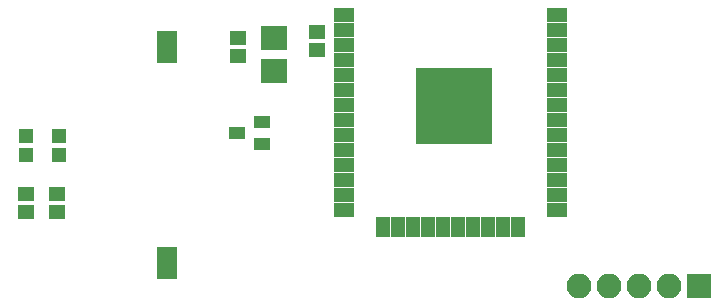
<source format=gts>
G04 #@! TF.GenerationSoftware,KiCad,Pcbnew,no-vcs-found*
G04 #@! TF.CreationDate,2017-01-06T11:38:08+01:00*
G04 #@! TF.ProjectId,ESP32-HELP-Button-18650,45535033322D48454C502D427574746F,rev?*
G04 #@! TF.FileFunction,Soldermask,Top*
G04 #@! TF.FilePolarity,Negative*
%FSLAX46Y46*%
G04 Gerber Fmt 4.6, Leading zero omitted, Abs format (unit mm)*
G04 Created by KiCad (PCBNEW no-vcs-found) date Fri Jan  6 11:38:08 2017*
%MOMM*%
%LPD*%
G01*
G04 APERTURE LIST*
%ADD10C,0.100000*%
%ADD11R,1.700000X2.740000*%
%ADD12R,1.200000X1.200000*%
%ADD13O,2.100000X2.100000*%
%ADD14R,2.100000X2.100000*%
%ADD15R,1.400760X0.999440*%
%ADD16R,1.400760X1.299160*%
%ADD17C,1.200000*%
%ADD18R,6.400000X6.400000*%
%ADD19R,1.750000X1.300000*%
%ADD20R,1.300000X1.750000*%
%ADD21R,2.203400X2.000200*%
G04 APERTURE END LIST*
D10*
D11*
X68940000Y-64070000D03*
X68940000Y-45730000D03*
D12*
X57011000Y-54896000D03*
X57011000Y-53296000D03*
X59805000Y-53245000D03*
X59805000Y-54845000D03*
D13*
X103840000Y-66000000D03*
X106380000Y-66000000D03*
X108920000Y-66000000D03*
X111460000Y-66000000D03*
D14*
X114000000Y-66000000D03*
D15*
X77056640Y-53952500D03*
X74943360Y-53000000D03*
X77056640Y-52047500D03*
D16*
X81695000Y-46000000D03*
X81695000Y-44496320D03*
X57011000Y-59722000D03*
X57011000Y-58218320D03*
X59678000Y-58218320D03*
X59678000Y-59722000D03*
D17*
X91270000Y-48700000D03*
D18*
X93270000Y-50700000D03*
D19*
X83970000Y-42990000D03*
X83970000Y-44260000D03*
X83970000Y-45530000D03*
X83970000Y-46800000D03*
X83970000Y-48070000D03*
X83970000Y-49340000D03*
X83970000Y-50610000D03*
X83970000Y-51880000D03*
X83970000Y-53150000D03*
X83970000Y-54420000D03*
X83970000Y-55690000D03*
X83970000Y-56960000D03*
X83970000Y-58230000D03*
X83970000Y-59500000D03*
D20*
X87270000Y-61000000D03*
X88540000Y-61000000D03*
X89810000Y-61000000D03*
X91080000Y-61000000D03*
X92350000Y-61000000D03*
X93620000Y-61000000D03*
X94890000Y-61000000D03*
X96160000Y-61000000D03*
X97430000Y-61000000D03*
X98700000Y-61000000D03*
D19*
X102000000Y-59500000D03*
X102000000Y-58230000D03*
X102000000Y-56960000D03*
X102000000Y-55690000D03*
X102000000Y-54420000D03*
X102000000Y-53150000D03*
X102000000Y-51880000D03*
X102000000Y-50610000D03*
X102000000Y-49340000D03*
X102000000Y-48070000D03*
X102000000Y-46800000D03*
X102000000Y-45530000D03*
X102000000Y-44260000D03*
X102000000Y-42990000D03*
D17*
X91270000Y-49700000D03*
X91270000Y-50700000D03*
X91270000Y-51700000D03*
X91270000Y-52700000D03*
X92270000Y-52700000D03*
X92270000Y-51700000D03*
X92270000Y-50700000D03*
X92270000Y-49700000D03*
X92270000Y-48700000D03*
X94270000Y-48700000D03*
X94270000Y-49700000D03*
X94270000Y-50700000D03*
X94270000Y-51700000D03*
X94270000Y-52700000D03*
X93270000Y-52700000D03*
X93270000Y-51700000D03*
X93270000Y-50700000D03*
X93270000Y-49700000D03*
X93270000Y-48700000D03*
X95270000Y-52700000D03*
X95270000Y-51700000D03*
X95270000Y-50700000D03*
X95270000Y-49700000D03*
X95270000Y-48700000D03*
D16*
X75000000Y-46503680D03*
X75000000Y-45000000D03*
D21*
X78000000Y-47794000D03*
X78000000Y-45000000D03*
M02*

</source>
